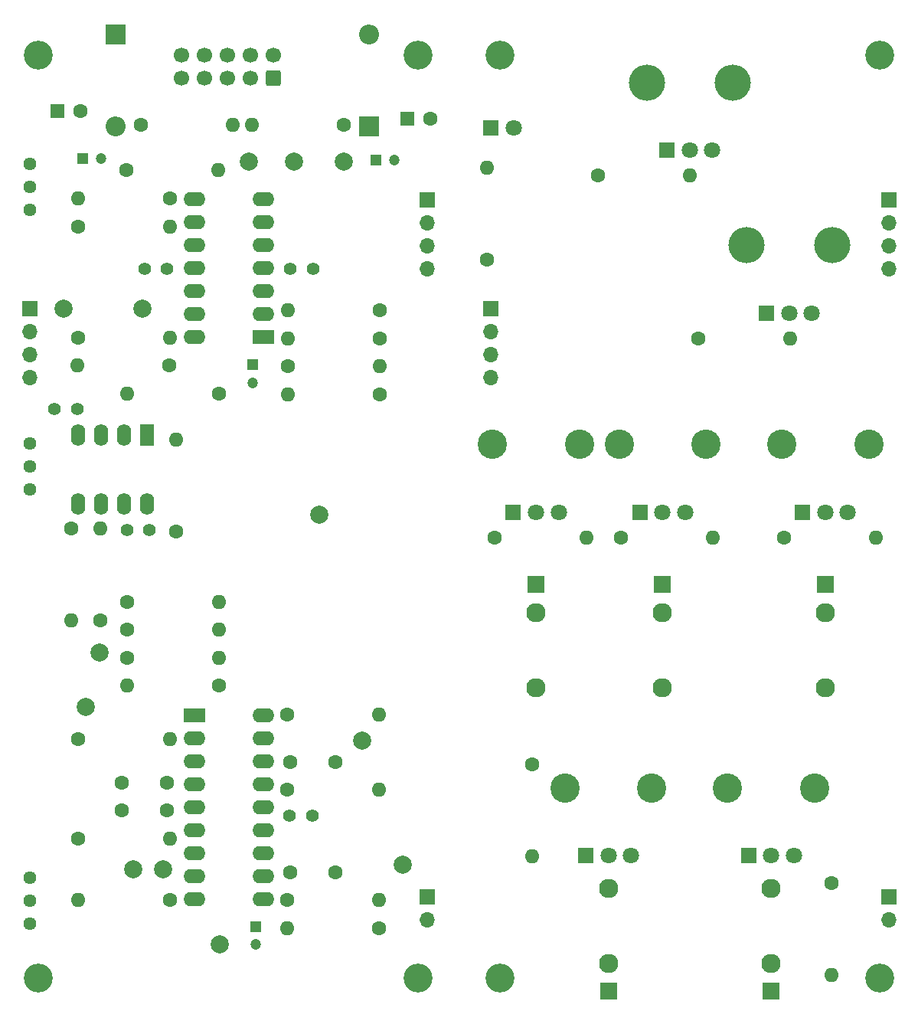
<source format=gts>
G04 #@! TF.GenerationSoftware,KiCad,Pcbnew,8.0.2-1*
G04 #@! TF.CreationDate,2024-06-17T09:47:28+02:00*
G04 #@! TF.ProjectId,3320,33333230-2e6b-4696-9361-645f70636258,rev?*
G04 #@! TF.SameCoordinates,Original*
G04 #@! TF.FileFunction,Soldermask,Top*
G04 #@! TF.FilePolarity,Negative*
%FSLAX46Y46*%
G04 Gerber Fmt 4.6, Leading zero omitted, Abs format (unit mm)*
G04 Created by KiCad (PCBNEW 8.0.2-1) date 2024-06-17 09:47:28*
%MOMM*%
%LPD*%
G01*
G04 APERTURE LIST*
G04 Aperture macros list*
%AMRoundRect*
0 Rectangle with rounded corners*
0 $1 Rounding radius*
0 $2 $3 $4 $5 $6 $7 $8 $9 X,Y pos of 4 corners*
0 Add a 4 corners polygon primitive as box body*
4,1,4,$2,$3,$4,$5,$6,$7,$8,$9,$2,$3,0*
0 Add four circle primitives for the rounded corners*
1,1,$1+$1,$2,$3*
1,1,$1+$1,$4,$5*
1,1,$1+$1,$6,$7*
1,1,$1+$1,$8,$9*
0 Add four rect primitives between the rounded corners*
20,1,$1+$1,$2,$3,$4,$5,0*
20,1,$1+$1,$4,$5,$6,$7,0*
20,1,$1+$1,$6,$7,$8,$9,0*
20,1,$1+$1,$8,$9,$2,$3,0*%
G04 Aperture macros list end*
%ADD10C,1.600000*%
%ADD11O,1.600000X1.600000*%
%ADD12R,2.200000X2.200000*%
%ADD13O,2.200000X2.200000*%
%ADD14O,4.000000X4.000000*%
%ADD15R,1.800000X1.800000*%
%ADD16C,1.800000*%
%ADD17C,1.400000*%
%ADD18C,3.200000*%
%ADD19R,1.930000X1.830000*%
%ADD20C,2.130000*%
%ADD21R,1.700000X1.700000*%
%ADD22O,1.700000X1.700000*%
%ADD23R,1.600000X2.400000*%
%ADD24O,1.600000X2.400000*%
%ADD25R,2.400000X1.600000*%
%ADD26O,2.400000X1.600000*%
%ADD27C,3.240000*%
%ADD28R,1.600000X1.600000*%
%ADD29C,2.000000*%
%ADD30RoundRect,0.250000X0.600000X-0.600000X0.600000X0.600000X-0.600000X0.600000X-0.600000X-0.600000X0*%
%ADD31C,1.700000*%
%ADD32R,1.200000X1.200000*%
%ADD33C,1.200000*%
%ADD34C,1.440000*%
G04 APERTURE END LIST*
D10*
X81540000Y-88400000D03*
D11*
X91700000Y-88400000D03*
D10*
X57600000Y-106320000D03*
D11*
X57600000Y-116480000D03*
D12*
X90500000Y-61860000D03*
D13*
X90500000Y-51700000D03*
D10*
X58340000Y-72950000D03*
D11*
X68500000Y-72950000D03*
D10*
X63770000Y-114400000D03*
D11*
X73930000Y-114400000D03*
D14*
X121250000Y-57000000D03*
X130750000Y-57000000D03*
D15*
X123500000Y-64500000D03*
D16*
X126000000Y-64500000D03*
X128500000Y-64500000D03*
D10*
X68430000Y-88300000D03*
D11*
X58270000Y-88300000D03*
D10*
X73930000Y-123700000D03*
D11*
X63770000Y-123700000D03*
D10*
X87760000Y-61700000D03*
D11*
X77600000Y-61700000D03*
D17*
X65700000Y-77600000D03*
X68200000Y-77600000D03*
D18*
X105000000Y-156000000D03*
D10*
X60800000Y-116480000D03*
D11*
X60800000Y-106320000D03*
D10*
X91700000Y-85300000D03*
D11*
X81540000Y-85300000D03*
D18*
X147000000Y-54000000D03*
X96000000Y-156000000D03*
D19*
X123000000Y-112520000D03*
D20*
X123000000Y-123920000D03*
X123000000Y-115620000D03*
D21*
X97000000Y-70000000D03*
D22*
X97000000Y-72540000D03*
X97000000Y-75080000D03*
X97000000Y-77620000D03*
D10*
X118420000Y-107300000D03*
D11*
X128580000Y-107300000D03*
D10*
X115840000Y-67300000D03*
D11*
X126000000Y-67300000D03*
D23*
X66000000Y-96000000D03*
D24*
X63460000Y-96000000D03*
X60920000Y-96000000D03*
X58380000Y-96000000D03*
X58380000Y-103620000D03*
X60920000Y-103620000D03*
X63460000Y-103620000D03*
X66000000Y-103620000D03*
D10*
X68500000Y-69800000D03*
D11*
X58340000Y-69800000D03*
D19*
X117000000Y-157480000D03*
D20*
X117000000Y-146080000D03*
X117000000Y-154380000D03*
D25*
X78820000Y-85160000D03*
D26*
X78820000Y-82620000D03*
X78820000Y-80080000D03*
X78820000Y-77540000D03*
X78820000Y-75000000D03*
X78820000Y-72460000D03*
X78820000Y-69920000D03*
X71200000Y-69920000D03*
X71200000Y-72460000D03*
X71200000Y-75000000D03*
X71200000Y-77540000D03*
X71200000Y-80080000D03*
X71200000Y-82620000D03*
X71200000Y-85160000D03*
D10*
X141700000Y-145520000D03*
D11*
X141700000Y-155680000D03*
D10*
X63770000Y-120600000D03*
D11*
X73930000Y-120600000D03*
D10*
X91660000Y-150500000D03*
D11*
X81500000Y-150500000D03*
D18*
X54000000Y-156000000D03*
D19*
X135000000Y-157480000D03*
D20*
X135000000Y-146080000D03*
X135000000Y-154380000D03*
D17*
X81820000Y-77600000D03*
X84320000Y-77600000D03*
D10*
X68500000Y-147400000D03*
D11*
X58340000Y-147400000D03*
D17*
X66250000Y-106500000D03*
X63750000Y-106500000D03*
D10*
X108600000Y-132420000D03*
D11*
X108600000Y-142580000D03*
D17*
X84250000Y-138100000D03*
X81750000Y-138100000D03*
D18*
X105000000Y-54000000D03*
D19*
X109000000Y-112520000D03*
D20*
X109000000Y-123920000D03*
X109000000Y-115620000D03*
D10*
X86800000Y-132100000D03*
X81800000Y-132100000D03*
X136420000Y-107300000D03*
D11*
X146580000Y-107300000D03*
D27*
X130200000Y-135000000D03*
X139800000Y-135000000D03*
D15*
X132500000Y-142500000D03*
D16*
X135000000Y-142500000D03*
X137500000Y-142500000D03*
D10*
X63770000Y-117500000D03*
D11*
X73930000Y-117500000D03*
D18*
X147000000Y-156000000D03*
D27*
X104200000Y-97000000D03*
X113800000Y-97000000D03*
D15*
X106500000Y-104500000D03*
D16*
X109000000Y-104500000D03*
X111500000Y-104500000D03*
D10*
X63200000Y-134400000D03*
X68200000Y-134400000D03*
X91700000Y-82200000D03*
D11*
X81540000Y-82200000D03*
D14*
X132250000Y-75000000D03*
X141750000Y-75000000D03*
D15*
X134500000Y-82500000D03*
D16*
X137000000Y-82500000D03*
X139500000Y-82500000D03*
D10*
X86800000Y-144300000D03*
X81800000Y-144300000D03*
D19*
X141000000Y-112520000D03*
D20*
X141000000Y-123920000D03*
X141000000Y-115620000D03*
D10*
X91700000Y-91500000D03*
D11*
X81540000Y-91500000D03*
D21*
X53000000Y-82000000D03*
D22*
X53000000Y-84540000D03*
X53000000Y-87080000D03*
X53000000Y-89620000D03*
D10*
X104440000Y-107300000D03*
D11*
X114600000Y-107300000D03*
D27*
X136200000Y-97000000D03*
X145800000Y-97000000D03*
D15*
X138500000Y-104500000D03*
D16*
X141000000Y-104500000D03*
X143500000Y-104500000D03*
D12*
X62500000Y-51700000D03*
D13*
X62500000Y-61860000D03*
D10*
X58340000Y-129600000D03*
D11*
X68500000Y-129600000D03*
D10*
X58340000Y-85200000D03*
D11*
X68500000Y-85200000D03*
D27*
X112200000Y-135000000D03*
X121800000Y-135000000D03*
D15*
X114500000Y-142500000D03*
D16*
X117000000Y-142500000D03*
X119500000Y-142500000D03*
D10*
X81500000Y-147400000D03*
D11*
X91660000Y-147400000D03*
D10*
X65270000Y-61700000D03*
D11*
X75430000Y-61700000D03*
D10*
X81500000Y-126900000D03*
D11*
X91660000Y-126900000D03*
D25*
X71200000Y-127000000D03*
D26*
X71200000Y-129540000D03*
X71200000Y-132080000D03*
X71200000Y-134620000D03*
X71200000Y-137160000D03*
X71200000Y-139700000D03*
X71200000Y-142240000D03*
X71200000Y-144780000D03*
X71200000Y-147320000D03*
X78820000Y-147320000D03*
X78820000Y-144780000D03*
X78820000Y-142240000D03*
X78820000Y-139700000D03*
X78820000Y-137160000D03*
X78820000Y-134620000D03*
X78820000Y-132080000D03*
X78820000Y-129540000D03*
X78820000Y-127000000D03*
D21*
X97000000Y-147000000D03*
D22*
X97000000Y-149540000D03*
D18*
X54000000Y-54000000D03*
D10*
X73930000Y-91400000D03*
D11*
X63770000Y-91400000D03*
D10*
X126920000Y-85300000D03*
D11*
X137080000Y-85300000D03*
D10*
X63720000Y-66700000D03*
D11*
X73880000Y-66700000D03*
D17*
X55750000Y-93100000D03*
X58250000Y-93100000D03*
D15*
X104000000Y-62000000D03*
D16*
X106540000Y-62000000D03*
D10*
X58340000Y-140600000D03*
D11*
X68500000Y-140600000D03*
D10*
X63200000Y-137500000D03*
X68200000Y-137500000D03*
X81500000Y-135200000D03*
D11*
X91660000Y-135200000D03*
D10*
X103600000Y-76560000D03*
D11*
X103600000Y-66400000D03*
D27*
X118200000Y-97000000D03*
X127800000Y-97000000D03*
D15*
X120500000Y-104500000D03*
D16*
X123000000Y-104500000D03*
X125500000Y-104500000D03*
D10*
X69200000Y-106680000D03*
D11*
X69200000Y-96520000D03*
D18*
X96000000Y-54000000D03*
D28*
X56100000Y-60200000D03*
D10*
X58600000Y-60200000D03*
D29*
X89750000Y-129750000D03*
D30*
X80000000Y-56540000D03*
D31*
X80000000Y-54000000D03*
X77460000Y-56540000D03*
X77460000Y-54000000D03*
X74920000Y-56540000D03*
X74920000Y-54000000D03*
X72380000Y-56540000D03*
X72380000Y-54000000D03*
X69840000Y-56540000D03*
X69840000Y-54000000D03*
D21*
X148000000Y-147000000D03*
D22*
X148000000Y-149540000D03*
D29*
X67750000Y-144000000D03*
X56750000Y-82000000D03*
X82250000Y-65750000D03*
D32*
X58900000Y-65400000D03*
D33*
X60900000Y-65400000D03*
D29*
X74000000Y-152250000D03*
D34*
X53000000Y-150000000D03*
X53000000Y-147460000D03*
X53000000Y-144920000D03*
D29*
X65500000Y-82000000D03*
X87750000Y-65750000D03*
X85000000Y-104750000D03*
D21*
X148000000Y-70000000D03*
D22*
X148000000Y-72540000D03*
X148000000Y-75080000D03*
X148000000Y-77620000D03*
D32*
X78000000Y-150300000D03*
D33*
X78000000Y-152300000D03*
D29*
X64500000Y-144000000D03*
D21*
X104000000Y-82000000D03*
D22*
X104000000Y-84540000D03*
X104000000Y-87080000D03*
X104000000Y-89620000D03*
D34*
X53000000Y-102000000D03*
X53000000Y-99460000D03*
X53000000Y-96920000D03*
X53000000Y-66000000D03*
X53000000Y-68540000D03*
X53000000Y-71080000D03*
D32*
X77700000Y-88227401D03*
D33*
X77700000Y-90227401D03*
D29*
X77250000Y-65750000D03*
D32*
X91327401Y-65600000D03*
D33*
X93327401Y-65600000D03*
D28*
X94800000Y-61000000D03*
D10*
X97300000Y-61000000D03*
D29*
X60750000Y-120000000D03*
X94250000Y-143500000D03*
X59250000Y-126000000D03*
M02*

</source>
